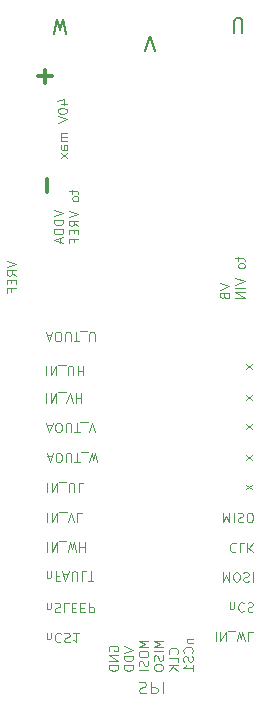
<source format=gbo>
G04 #@! TF.GenerationSoftware,KiCad,Pcbnew,(5.1.6-0-10_14)*
G04 #@! TF.CreationDate,2021-05-07T03:20:06+02:00*
G04 #@! TF.ProjectId,ESCv1.1,45534376-312e-4312-9e6b-696361645f70,rev?*
G04 #@! TF.SameCoordinates,Original*
G04 #@! TF.FileFunction,Legend,Bot*
G04 #@! TF.FilePolarity,Positive*
%FSLAX46Y46*%
G04 Gerber Fmt 4.6, Leading zero omitted, Abs format (unit mm)*
G04 Created by KiCad (PCBNEW (5.1.6-0-10_14)) date 2021-05-07 03:20:06*
%MOMM*%
%LPD*%
G01*
G04 APERTURE LIST*
%ADD10C,0.200000*%
%ADD11C,0.100000*%
%ADD12C,0.125000*%
%ADD13C,0.300000*%
G04 APERTURE END LIST*
D10*
X42529685Y-29497223D02*
X42827304Y-28247223D01*
X43065400Y-29140080D01*
X43303495Y-28247223D01*
X43601114Y-29497223D01*
X50248733Y-30937223D02*
X50665400Y-29687223D01*
X51082066Y-30937223D01*
X57778257Y-29427223D02*
X57778257Y-28415319D01*
X57837780Y-28296271D01*
X57897304Y-28236747D01*
X58016352Y-28177223D01*
X58254447Y-28177223D01*
X58373495Y-28236747D01*
X58433019Y-28296271D01*
X58492542Y-28415319D01*
X58492542Y-29427223D01*
D11*
X51779304Y-80874747D02*
X50979304Y-80874747D01*
X51550733Y-81141413D01*
X50979304Y-81408080D01*
X51779304Y-81408080D01*
X51779304Y-81789032D02*
X50979304Y-81789032D01*
X51741209Y-82131889D02*
X51779304Y-82246175D01*
X51779304Y-82436651D01*
X51741209Y-82512842D01*
X51703114Y-82550937D01*
X51626923Y-82589032D01*
X51550733Y-82589032D01*
X51474542Y-82550937D01*
X51436447Y-82512842D01*
X51398352Y-82436651D01*
X51360257Y-82284270D01*
X51322161Y-82208080D01*
X51284066Y-82169985D01*
X51207876Y-82131889D01*
X51131685Y-82131889D01*
X51055495Y-82169985D01*
X51017400Y-82208080D01*
X50979304Y-82284270D01*
X50979304Y-82474747D01*
X51017400Y-82589032D01*
X50979304Y-83084270D02*
X50979304Y-83236651D01*
X51017400Y-83312842D01*
X51093590Y-83389032D01*
X51245971Y-83427128D01*
X51512638Y-83427128D01*
X51665019Y-83389032D01*
X51741209Y-83312842D01*
X51779304Y-83236651D01*
X51779304Y-83084270D01*
X51741209Y-83008080D01*
X51665019Y-82931889D01*
X51512638Y-82893794D01*
X51245971Y-82893794D01*
X51093590Y-82931889D01*
X51017400Y-83008080D01*
X50979304Y-83084270D01*
X50515304Y-80874747D02*
X49715304Y-80874747D01*
X50286733Y-81141413D01*
X49715304Y-81408080D01*
X50515304Y-81408080D01*
X49715304Y-81941413D02*
X49715304Y-82093794D01*
X49753400Y-82169985D01*
X49829590Y-82246175D01*
X49981971Y-82284270D01*
X50248638Y-82284270D01*
X50401019Y-82246175D01*
X50477209Y-82169985D01*
X50515304Y-82093794D01*
X50515304Y-81941413D01*
X50477209Y-81865223D01*
X50401019Y-81789032D01*
X50248638Y-81750937D01*
X49981971Y-81750937D01*
X49829590Y-81789032D01*
X49753400Y-81865223D01*
X49715304Y-81941413D01*
X50477209Y-82589032D02*
X50515304Y-82703318D01*
X50515304Y-82893794D01*
X50477209Y-82969985D01*
X50439114Y-83008080D01*
X50362923Y-83046175D01*
X50286733Y-83046175D01*
X50210542Y-83008080D01*
X50172447Y-82969985D01*
X50134352Y-82893794D01*
X50096257Y-82741413D01*
X50058161Y-82665223D01*
X50020066Y-82627128D01*
X49943876Y-82589032D01*
X49867685Y-82589032D01*
X49791495Y-82627128D01*
X49753400Y-82665223D01*
X49715304Y-82741413D01*
X49715304Y-82931889D01*
X49753400Y-83046175D01*
X50515304Y-83389032D02*
X49715304Y-83389032D01*
X52967114Y-81979509D02*
X53005209Y-81941413D01*
X53043304Y-81827128D01*
X53043304Y-81750937D01*
X53005209Y-81636651D01*
X52929019Y-81560461D01*
X52852828Y-81522366D01*
X52700447Y-81484270D01*
X52586161Y-81484270D01*
X52433780Y-81522366D01*
X52357590Y-81560461D01*
X52281400Y-81636651D01*
X52243304Y-81750937D01*
X52243304Y-81827128D01*
X52281400Y-81941413D01*
X52319495Y-81979509D01*
X53043304Y-82703318D02*
X53043304Y-82322366D01*
X52243304Y-82322366D01*
X53043304Y-82969985D02*
X52243304Y-82969985D01*
X53043304Y-83427128D02*
X52586161Y-83084270D01*
X52243304Y-83427128D02*
X52700447Y-82969985D01*
X48451304Y-81369985D02*
X49251304Y-81636651D01*
X48451304Y-81903318D01*
X49251304Y-82169985D02*
X48451304Y-82169985D01*
X48451304Y-82360461D01*
X48489400Y-82474747D01*
X48565590Y-82550937D01*
X48641780Y-82589032D01*
X48794161Y-82627128D01*
X48908447Y-82627128D01*
X49060828Y-82589032D01*
X49137019Y-82550937D01*
X49213209Y-82474747D01*
X49251304Y-82360461D01*
X49251304Y-82169985D01*
X49251304Y-82969985D02*
X48451304Y-82969985D01*
X48451304Y-83160461D01*
X48489400Y-83274747D01*
X48565590Y-83350937D01*
X48641780Y-83389032D01*
X48794161Y-83427128D01*
X48908447Y-83427128D01*
X49060828Y-83389032D01*
X49137019Y-83350937D01*
X49213209Y-83274747D01*
X49251304Y-83160461D01*
X49251304Y-82969985D01*
X53773971Y-80722366D02*
X54307304Y-80722366D01*
X53850161Y-80722366D02*
X53812066Y-80760461D01*
X53773971Y-80836651D01*
X53773971Y-80950937D01*
X53812066Y-81027128D01*
X53888257Y-81065223D01*
X54307304Y-81065223D01*
X54231114Y-81903318D02*
X54269209Y-81865223D01*
X54307304Y-81750937D01*
X54307304Y-81674747D01*
X54269209Y-81560461D01*
X54193019Y-81484270D01*
X54116828Y-81446175D01*
X53964447Y-81408080D01*
X53850161Y-81408080D01*
X53697780Y-81446175D01*
X53621590Y-81484270D01*
X53545400Y-81560461D01*
X53507304Y-81674747D01*
X53507304Y-81750937D01*
X53545400Y-81865223D01*
X53583495Y-81903318D01*
X54269209Y-82208080D02*
X54307304Y-82322366D01*
X54307304Y-82512842D01*
X54269209Y-82589032D01*
X54231114Y-82627128D01*
X54154923Y-82665223D01*
X54078733Y-82665223D01*
X54002542Y-82627128D01*
X53964447Y-82589032D01*
X53926352Y-82512842D01*
X53888257Y-82360461D01*
X53850161Y-82284270D01*
X53812066Y-82246175D01*
X53735876Y-82208080D01*
X53659685Y-82208080D01*
X53583495Y-82246175D01*
X53545400Y-82284270D01*
X53507304Y-82360461D01*
X53507304Y-82550937D01*
X53545400Y-82665223D01*
X54307304Y-83427128D02*
X54307304Y-82969985D01*
X54307304Y-83198556D02*
X53507304Y-83198556D01*
X53621590Y-83122366D01*
X53697780Y-83046175D01*
X53735876Y-82969985D01*
X47225400Y-81750937D02*
X47187304Y-81674747D01*
X47187304Y-81560461D01*
X47225400Y-81446175D01*
X47301590Y-81369985D01*
X47377780Y-81331889D01*
X47530161Y-81293794D01*
X47644447Y-81293794D01*
X47796828Y-81331889D01*
X47873019Y-81369985D01*
X47949209Y-81446175D01*
X47987304Y-81560461D01*
X47987304Y-81636651D01*
X47949209Y-81750937D01*
X47911114Y-81789032D01*
X47644447Y-81789032D01*
X47644447Y-81636651D01*
X47987304Y-82131889D02*
X47187304Y-82131889D01*
X47987304Y-82589032D01*
X47187304Y-82589032D01*
X47987304Y-82969985D02*
X47187304Y-82969985D01*
X47187304Y-83160461D01*
X47225400Y-83274747D01*
X47301590Y-83350937D01*
X47377780Y-83389032D01*
X47530161Y-83427128D01*
X47644447Y-83427128D01*
X47796828Y-83389032D01*
X47873019Y-83350937D01*
X47949209Y-83274747D01*
X47987304Y-83160461D01*
X47987304Y-82969985D01*
D12*
X49741590Y-84387938D02*
X49884447Y-84340319D01*
X50122542Y-84340319D01*
X50217780Y-84387938D01*
X50265400Y-84435557D01*
X50313019Y-84530795D01*
X50313019Y-84626033D01*
X50265400Y-84721271D01*
X50217780Y-84768890D01*
X50122542Y-84816509D01*
X49932066Y-84864128D01*
X49836828Y-84911747D01*
X49789209Y-84959366D01*
X49741590Y-85054604D01*
X49741590Y-85149842D01*
X49789209Y-85245080D01*
X49836828Y-85292700D01*
X49932066Y-85340319D01*
X50170161Y-85340319D01*
X50313019Y-85292700D01*
X50741590Y-84340319D02*
X50741590Y-85340319D01*
X51122542Y-85340319D01*
X51217780Y-85292700D01*
X51265400Y-85245080D01*
X51313019Y-85149842D01*
X51313019Y-85006985D01*
X51265400Y-84911747D01*
X51217780Y-84864128D01*
X51122542Y-84816509D01*
X50741590Y-84816509D01*
X51741590Y-84340319D02*
X51741590Y-85340319D01*
D11*
X59317304Y-67663176D02*
X58783971Y-68082223D01*
X58783971Y-67663176D02*
X59317304Y-68082223D01*
X59317304Y-65143176D02*
X58783971Y-65562223D01*
X58783971Y-65143176D02*
X59317304Y-65562223D01*
X59317304Y-62563176D02*
X58783971Y-62982223D01*
X58783971Y-62563176D02*
X59317304Y-62982223D01*
X59317304Y-60063176D02*
X58783971Y-60482223D01*
X58783971Y-60063176D02*
X59317304Y-60482223D01*
X59317304Y-57473176D02*
X58783971Y-57892223D01*
X58783971Y-57473176D02*
X59317304Y-57892223D01*
X43123971Y-35413890D02*
X43657304Y-35413890D01*
X42819209Y-35223414D02*
X43390638Y-35032938D01*
X43390638Y-35528176D01*
X42857304Y-35985319D02*
X42857304Y-36061509D01*
X42895400Y-36137700D01*
X42933495Y-36175795D01*
X43009685Y-36213890D01*
X43162066Y-36251985D01*
X43352542Y-36251985D01*
X43504923Y-36213890D01*
X43581114Y-36175795D01*
X43619209Y-36137700D01*
X43657304Y-36061509D01*
X43657304Y-35985319D01*
X43619209Y-35909128D01*
X43581114Y-35871033D01*
X43504923Y-35832938D01*
X43352542Y-35794842D01*
X43162066Y-35794842D01*
X43009685Y-35832938D01*
X42933495Y-35871033D01*
X42895400Y-35909128D01*
X42857304Y-35985319D01*
X42857304Y-36480557D02*
X43657304Y-36747223D01*
X42857304Y-37013890D01*
X43657304Y-37890080D02*
X43123971Y-37890080D01*
X43200161Y-37890080D02*
X43162066Y-37928176D01*
X43123971Y-38004366D01*
X43123971Y-38118652D01*
X43162066Y-38194842D01*
X43238257Y-38232938D01*
X43657304Y-38232938D01*
X43238257Y-38232938D02*
X43162066Y-38271033D01*
X43123971Y-38347223D01*
X43123971Y-38461509D01*
X43162066Y-38537700D01*
X43238257Y-38575795D01*
X43657304Y-38575795D01*
X43657304Y-39299604D02*
X43238257Y-39299604D01*
X43162066Y-39261509D01*
X43123971Y-39185319D01*
X43123971Y-39032938D01*
X43162066Y-38956747D01*
X43619209Y-39299604D02*
X43657304Y-39223414D01*
X43657304Y-39032938D01*
X43619209Y-38956747D01*
X43543019Y-38918652D01*
X43466828Y-38918652D01*
X43390638Y-38956747D01*
X43352542Y-39032938D01*
X43352542Y-39223414D01*
X43314447Y-39299604D01*
X43657304Y-39604366D02*
X43123971Y-40023414D01*
X43123971Y-39604366D02*
X43657304Y-40023414D01*
X41943257Y-80754128D02*
X41943257Y-80220795D01*
X41943257Y-80677938D02*
X41981352Y-80716033D01*
X42057542Y-80754128D01*
X42171828Y-80754128D01*
X42248019Y-80716033D01*
X42286114Y-80639842D01*
X42286114Y-80220795D01*
X43124209Y-80296985D02*
X43086114Y-80258890D01*
X42971828Y-80220795D01*
X42895638Y-80220795D01*
X42781352Y-80258890D01*
X42705161Y-80335080D01*
X42667066Y-80411271D01*
X42628971Y-80563652D01*
X42628971Y-80677938D01*
X42667066Y-80830319D01*
X42705161Y-80906509D01*
X42781352Y-80982700D01*
X42895638Y-81020795D01*
X42971828Y-81020795D01*
X43086114Y-80982700D01*
X43124209Y-80944604D01*
X43428971Y-80258890D02*
X43543257Y-80220795D01*
X43733733Y-80220795D01*
X43809923Y-80258890D01*
X43848019Y-80296985D01*
X43886114Y-80373176D01*
X43886114Y-80449366D01*
X43848019Y-80525557D01*
X43809923Y-80563652D01*
X43733733Y-80601747D01*
X43581352Y-80639842D01*
X43505161Y-80677938D01*
X43467066Y-80716033D01*
X43428971Y-80792223D01*
X43428971Y-80868414D01*
X43467066Y-80944604D01*
X43505161Y-80982700D01*
X43581352Y-81020795D01*
X43771828Y-81020795D01*
X43886114Y-80982700D01*
X44648019Y-80220795D02*
X44190876Y-80220795D01*
X44419447Y-80220795D02*
X44419447Y-81020795D01*
X44343257Y-80906509D01*
X44267066Y-80830319D01*
X44190876Y-80792223D01*
D13*
X41782542Y-33674128D02*
X41782542Y-32531271D01*
X42353971Y-33102700D02*
X41211114Y-33102700D01*
X41932542Y-42934128D02*
X41932542Y-41791271D01*
D11*
X56597304Y-50618176D02*
X57397304Y-50884842D01*
X56597304Y-51151509D01*
X56978257Y-51684842D02*
X57016352Y-51799128D01*
X57054447Y-51837223D01*
X57130638Y-51875319D01*
X57244923Y-51875319D01*
X57321114Y-51837223D01*
X57359209Y-51799128D01*
X57397304Y-51722938D01*
X57397304Y-51418176D01*
X56597304Y-51418176D01*
X56597304Y-51684842D01*
X56635400Y-51761033D01*
X56673495Y-51799128D01*
X56749685Y-51837223D01*
X56825876Y-51837223D01*
X56902066Y-51799128D01*
X56940161Y-51761033D01*
X56978257Y-51684842D01*
X56978257Y-51418176D01*
X58163971Y-48408652D02*
X58163971Y-48713414D01*
X57897304Y-48522938D02*
X58583019Y-48522938D01*
X58659209Y-48561033D01*
X58697304Y-48637223D01*
X58697304Y-48713414D01*
X58697304Y-49094366D02*
X58659209Y-49018176D01*
X58621114Y-48980080D01*
X58544923Y-48941985D01*
X58316352Y-48941985D01*
X58240161Y-48980080D01*
X58202066Y-49018176D01*
X58163971Y-49094366D01*
X58163971Y-49208652D01*
X58202066Y-49284842D01*
X58240161Y-49322938D01*
X58316352Y-49361033D01*
X58544923Y-49361033D01*
X58621114Y-49322938D01*
X58659209Y-49284842D01*
X58697304Y-49208652D01*
X58697304Y-49094366D01*
X57897304Y-50199128D02*
X58697304Y-50465795D01*
X57897304Y-50732461D01*
X58697304Y-50999128D02*
X57897304Y-50999128D01*
X58697304Y-51380080D02*
X57897304Y-51380080D01*
X58697304Y-51837223D01*
X57897304Y-51837223D01*
X41923733Y-54979366D02*
X42304685Y-54979366D01*
X41847542Y-54750795D02*
X42114209Y-55550795D01*
X42380876Y-54750795D01*
X42799923Y-55550795D02*
X42952304Y-55550795D01*
X43028495Y-55512700D01*
X43104685Y-55436509D01*
X43142780Y-55284128D01*
X43142780Y-55017461D01*
X43104685Y-54865080D01*
X43028495Y-54788890D01*
X42952304Y-54750795D01*
X42799923Y-54750795D01*
X42723733Y-54788890D01*
X42647542Y-54865080D01*
X42609447Y-55017461D01*
X42609447Y-55284128D01*
X42647542Y-55436509D01*
X42723733Y-55512700D01*
X42799923Y-55550795D01*
X43485638Y-55550795D02*
X43485638Y-54903176D01*
X43523733Y-54826985D01*
X43561828Y-54788890D01*
X43638019Y-54750795D01*
X43790400Y-54750795D01*
X43866590Y-54788890D01*
X43904685Y-54826985D01*
X43942780Y-54903176D01*
X43942780Y-55550795D01*
X44209447Y-55550795D02*
X44666590Y-55550795D01*
X44438019Y-54750795D02*
X44438019Y-55550795D01*
X44742780Y-54674604D02*
X45352304Y-54674604D01*
X45542780Y-55550795D02*
X45542780Y-54903176D01*
X45580876Y-54826985D01*
X45618971Y-54788890D01*
X45695161Y-54750795D01*
X45847542Y-54750795D01*
X45923733Y-54788890D01*
X45961828Y-54826985D01*
X45999923Y-54903176D01*
X45999923Y-55550795D01*
X41966114Y-62649366D02*
X42347066Y-62649366D01*
X41889923Y-62420795D02*
X42156590Y-63220795D01*
X42423257Y-62420795D01*
X42842304Y-63220795D02*
X42994685Y-63220795D01*
X43070876Y-63182700D01*
X43147066Y-63106509D01*
X43185161Y-62954128D01*
X43185161Y-62687461D01*
X43147066Y-62535080D01*
X43070876Y-62458890D01*
X42994685Y-62420795D01*
X42842304Y-62420795D01*
X42766114Y-62458890D01*
X42689923Y-62535080D01*
X42651828Y-62687461D01*
X42651828Y-62954128D01*
X42689923Y-63106509D01*
X42766114Y-63182700D01*
X42842304Y-63220795D01*
X43528019Y-63220795D02*
X43528019Y-62573176D01*
X43566114Y-62496985D01*
X43604209Y-62458890D01*
X43680400Y-62420795D01*
X43832780Y-62420795D01*
X43908971Y-62458890D01*
X43947066Y-62496985D01*
X43985161Y-62573176D01*
X43985161Y-63220795D01*
X44251828Y-63220795D02*
X44708971Y-63220795D01*
X44480400Y-62420795D02*
X44480400Y-63220795D01*
X44785161Y-62344604D02*
X45394685Y-62344604D01*
X45470876Y-63220795D02*
X45737542Y-62420795D01*
X46004209Y-63220795D01*
X41987542Y-65209366D02*
X42368495Y-65209366D01*
X41911352Y-64980795D02*
X42178019Y-65780795D01*
X42444685Y-64980795D01*
X42863733Y-65780795D02*
X43016114Y-65780795D01*
X43092304Y-65742700D01*
X43168495Y-65666509D01*
X43206590Y-65514128D01*
X43206590Y-65247461D01*
X43168495Y-65095080D01*
X43092304Y-65018890D01*
X43016114Y-64980795D01*
X42863733Y-64980795D01*
X42787542Y-65018890D01*
X42711352Y-65095080D01*
X42673257Y-65247461D01*
X42673257Y-65514128D01*
X42711352Y-65666509D01*
X42787542Y-65742700D01*
X42863733Y-65780795D01*
X43549447Y-65780795D02*
X43549447Y-65133176D01*
X43587542Y-65056985D01*
X43625638Y-65018890D01*
X43701828Y-64980795D01*
X43854209Y-64980795D01*
X43930400Y-65018890D01*
X43968495Y-65056985D01*
X44006590Y-65133176D01*
X44006590Y-65780795D01*
X44273257Y-65780795D02*
X44730400Y-65780795D01*
X44501828Y-64980795D02*
X44501828Y-65780795D01*
X44806590Y-64904604D02*
X45416114Y-64904604D01*
X45530400Y-65780795D02*
X45720876Y-64980795D01*
X45873257Y-65552223D01*
X46025638Y-64980795D01*
X46216114Y-65780795D01*
X38547304Y-48738652D02*
X39347304Y-49005319D01*
X38547304Y-49271985D01*
X39347304Y-49995795D02*
X38966352Y-49729128D01*
X39347304Y-49538652D02*
X38547304Y-49538652D01*
X38547304Y-49843414D01*
X38585400Y-49919604D01*
X38623495Y-49957700D01*
X38699685Y-49995795D01*
X38813971Y-49995795D01*
X38890161Y-49957700D01*
X38928257Y-49919604D01*
X38966352Y-49843414D01*
X38966352Y-49538652D01*
X38928257Y-50338652D02*
X38928257Y-50605319D01*
X39347304Y-50719604D02*
X39347304Y-50338652D01*
X38547304Y-50338652D01*
X38547304Y-50719604D01*
X38928257Y-51329128D02*
X38928257Y-51062461D01*
X39347304Y-51062461D02*
X38547304Y-51062461D01*
X38547304Y-51443414D01*
X57445161Y-78174128D02*
X57445161Y-77640795D01*
X57445161Y-78097938D02*
X57483257Y-78136033D01*
X57559447Y-78174128D01*
X57673733Y-78174128D01*
X57749923Y-78136033D01*
X57788019Y-78059842D01*
X57788019Y-77640795D01*
X58626114Y-77716985D02*
X58588019Y-77678890D01*
X58473733Y-77640795D01*
X58397542Y-77640795D01*
X58283257Y-77678890D01*
X58207066Y-77755080D01*
X58168971Y-77831271D01*
X58130876Y-77983652D01*
X58130876Y-78097938D01*
X58168971Y-78250319D01*
X58207066Y-78326509D01*
X58283257Y-78402700D01*
X58397542Y-78440795D01*
X58473733Y-78440795D01*
X58588019Y-78402700D01*
X58626114Y-78364604D01*
X58930876Y-77678890D02*
X59045161Y-77640795D01*
X59235638Y-77640795D01*
X59311828Y-77678890D01*
X59349923Y-77716985D01*
X59388019Y-77793176D01*
X59388019Y-77869366D01*
X59349923Y-77945557D01*
X59311828Y-77983652D01*
X59235638Y-78021747D01*
X59083257Y-78059842D01*
X59007066Y-78097938D01*
X58968971Y-78136033D01*
X58930876Y-78212223D01*
X58930876Y-78288414D01*
X58968971Y-78364604D01*
X59007066Y-78402700D01*
X59083257Y-78440795D01*
X59273733Y-78440795D01*
X59388019Y-78402700D01*
X57920400Y-72646985D02*
X57882304Y-72608890D01*
X57768019Y-72570795D01*
X57691828Y-72570795D01*
X57577542Y-72608890D01*
X57501352Y-72685080D01*
X57463257Y-72761271D01*
X57425161Y-72913652D01*
X57425161Y-73027938D01*
X57463257Y-73180319D01*
X57501352Y-73256509D01*
X57577542Y-73332700D01*
X57691828Y-73370795D01*
X57768019Y-73370795D01*
X57882304Y-73332700D01*
X57920400Y-73294604D01*
X58644209Y-72570795D02*
X58263257Y-72570795D01*
X58263257Y-73370795D01*
X58910876Y-72570795D02*
X58910876Y-73370795D01*
X59368019Y-72570795D02*
X59025161Y-73027938D01*
X59368019Y-73370795D02*
X58910876Y-72913652D01*
X56855638Y-75080795D02*
X56855638Y-75880795D01*
X57122304Y-75309366D01*
X57388971Y-75880795D01*
X57388971Y-75080795D01*
X57922304Y-75880795D02*
X58074685Y-75880795D01*
X58150876Y-75842700D01*
X58227066Y-75766509D01*
X58265161Y-75614128D01*
X58265161Y-75347461D01*
X58227066Y-75195080D01*
X58150876Y-75118890D01*
X58074685Y-75080795D01*
X57922304Y-75080795D01*
X57846114Y-75118890D01*
X57769923Y-75195080D01*
X57731828Y-75347461D01*
X57731828Y-75614128D01*
X57769923Y-75766509D01*
X57846114Y-75842700D01*
X57922304Y-75880795D01*
X58569923Y-75118890D02*
X58684209Y-75080795D01*
X58874685Y-75080795D01*
X58950876Y-75118890D01*
X58988971Y-75156985D01*
X59027066Y-75233176D01*
X59027066Y-75309366D01*
X58988971Y-75385557D01*
X58950876Y-75423652D01*
X58874685Y-75461747D01*
X58722304Y-75499842D01*
X58646114Y-75537938D01*
X58608019Y-75576033D01*
X58569923Y-75652223D01*
X58569923Y-75728414D01*
X58608019Y-75804604D01*
X58646114Y-75842700D01*
X58722304Y-75880795D01*
X58912780Y-75880795D01*
X59027066Y-75842700D01*
X59369923Y-75080795D02*
X59369923Y-75880795D01*
X42517304Y-44432461D02*
X43317304Y-44699128D01*
X42517304Y-44965795D01*
X43317304Y-45232461D02*
X42517304Y-45232461D01*
X42517304Y-45422938D01*
X42555400Y-45537223D01*
X42631590Y-45613414D01*
X42707780Y-45651509D01*
X42860161Y-45689604D01*
X42974447Y-45689604D01*
X43126828Y-45651509D01*
X43203019Y-45613414D01*
X43279209Y-45537223D01*
X43317304Y-45422938D01*
X43317304Y-45232461D01*
X43317304Y-46032461D02*
X42517304Y-46032461D01*
X42517304Y-46222938D01*
X42555400Y-46337223D01*
X42631590Y-46413414D01*
X42707780Y-46451509D01*
X42860161Y-46489604D01*
X42974447Y-46489604D01*
X43126828Y-46451509D01*
X43203019Y-46413414D01*
X43279209Y-46337223D01*
X43317304Y-46222938D01*
X43317304Y-46032461D01*
X43088733Y-46794366D02*
X43088733Y-47175319D01*
X43317304Y-46718176D02*
X42517304Y-46984842D01*
X43317304Y-47251509D01*
X44083971Y-42718176D02*
X44083971Y-43022938D01*
X43817304Y-42832461D02*
X44503019Y-42832461D01*
X44579209Y-42870557D01*
X44617304Y-42946747D01*
X44617304Y-43022938D01*
X44617304Y-43403890D02*
X44579209Y-43327700D01*
X44541114Y-43289604D01*
X44464923Y-43251509D01*
X44236352Y-43251509D01*
X44160161Y-43289604D01*
X44122066Y-43327700D01*
X44083971Y-43403890D01*
X44083971Y-43518176D01*
X44122066Y-43594366D01*
X44160161Y-43632461D01*
X44236352Y-43670557D01*
X44464923Y-43670557D01*
X44541114Y-43632461D01*
X44579209Y-43594366D01*
X44617304Y-43518176D01*
X44617304Y-43403890D01*
X43817304Y-44508652D02*
X44617304Y-44775319D01*
X43817304Y-45041985D01*
X44617304Y-45765795D02*
X44236352Y-45499128D01*
X44617304Y-45308652D02*
X43817304Y-45308652D01*
X43817304Y-45613414D01*
X43855400Y-45689604D01*
X43893495Y-45727700D01*
X43969685Y-45765795D01*
X44083971Y-45765795D01*
X44160161Y-45727700D01*
X44198257Y-45689604D01*
X44236352Y-45613414D01*
X44236352Y-45308652D01*
X44198257Y-46108652D02*
X44198257Y-46375319D01*
X44617304Y-46489604D02*
X44617304Y-46108652D01*
X43817304Y-46108652D01*
X43817304Y-46489604D01*
X44198257Y-47099128D02*
X44198257Y-46832461D01*
X44617304Y-46832461D02*
X43817304Y-46832461D01*
X43817304Y-47213414D01*
X41950400Y-75544128D02*
X41950400Y-75010795D01*
X41950400Y-75467938D02*
X41988495Y-75506033D01*
X42064685Y-75544128D01*
X42178971Y-75544128D01*
X42255161Y-75506033D01*
X42293257Y-75429842D01*
X42293257Y-75010795D01*
X42940876Y-75429842D02*
X42674209Y-75429842D01*
X42674209Y-75010795D02*
X42674209Y-75810795D01*
X43055161Y-75810795D01*
X43321828Y-75239366D02*
X43702780Y-75239366D01*
X43245638Y-75010795D02*
X43512304Y-75810795D01*
X43778971Y-75010795D01*
X44045638Y-75810795D02*
X44045638Y-75163176D01*
X44083733Y-75086985D01*
X44121828Y-75048890D01*
X44198019Y-75010795D01*
X44350400Y-75010795D01*
X44426590Y-75048890D01*
X44464685Y-75086985D01*
X44502780Y-75163176D01*
X44502780Y-75810795D01*
X45264685Y-75010795D02*
X44883733Y-75010795D01*
X44883733Y-75810795D01*
X45417066Y-75810795D02*
X45874209Y-75810795D01*
X45645638Y-75010795D02*
X45645638Y-75810795D01*
X41929923Y-78224128D02*
X41929923Y-77690795D01*
X41929923Y-78147938D02*
X41968019Y-78186033D01*
X42044209Y-78224128D01*
X42158495Y-78224128D01*
X42234685Y-78186033D01*
X42272780Y-78109842D01*
X42272780Y-77690795D01*
X42615638Y-77728890D02*
X42729923Y-77690795D01*
X42920400Y-77690795D01*
X42996590Y-77728890D01*
X43034685Y-77766985D01*
X43072780Y-77843176D01*
X43072780Y-77919366D01*
X43034685Y-77995557D01*
X42996590Y-78033652D01*
X42920400Y-78071747D01*
X42768019Y-78109842D01*
X42691828Y-78147938D01*
X42653733Y-78186033D01*
X42615638Y-78262223D01*
X42615638Y-78338414D01*
X42653733Y-78414604D01*
X42691828Y-78452700D01*
X42768019Y-78490795D01*
X42958495Y-78490795D01*
X43072780Y-78452700D01*
X43796590Y-77690795D02*
X43415638Y-77690795D01*
X43415638Y-78490795D01*
X44063257Y-78109842D02*
X44329923Y-78109842D01*
X44444209Y-77690795D02*
X44063257Y-77690795D01*
X44063257Y-78490795D01*
X44444209Y-78490795D01*
X44787066Y-78109842D02*
X45053733Y-78109842D01*
X45168019Y-77690795D02*
X44787066Y-77690795D01*
X44787066Y-78490795D01*
X45168019Y-78490795D01*
X45510876Y-77690795D02*
X45510876Y-78490795D01*
X45815638Y-78490795D01*
X45891828Y-78452700D01*
X45929923Y-78414604D01*
X45968019Y-78338414D01*
X45968019Y-78224128D01*
X45929923Y-78147938D01*
X45891828Y-78109842D01*
X45815638Y-78071747D01*
X45510876Y-78071747D01*
X41886114Y-57610795D02*
X41886114Y-58410795D01*
X42267066Y-57610795D02*
X42267066Y-58410795D01*
X42724209Y-57610795D01*
X42724209Y-58410795D01*
X42914685Y-57534604D02*
X43524209Y-57534604D01*
X43714685Y-58410795D02*
X43714685Y-57763176D01*
X43752780Y-57686985D01*
X43790876Y-57648890D01*
X43867066Y-57610795D01*
X44019447Y-57610795D01*
X44095638Y-57648890D01*
X44133733Y-57686985D01*
X44171828Y-57763176D01*
X44171828Y-58410795D01*
X44552780Y-57610795D02*
X44552780Y-58410795D01*
X44552780Y-58029842D02*
X45009923Y-58029842D01*
X45009923Y-57610795D02*
X45009923Y-58410795D01*
X41956590Y-67520795D02*
X41956590Y-68320795D01*
X42337542Y-67520795D02*
X42337542Y-68320795D01*
X42794685Y-67520795D01*
X42794685Y-68320795D01*
X42985161Y-67444604D02*
X43594685Y-67444604D01*
X43785161Y-68320795D02*
X43785161Y-67673176D01*
X43823257Y-67596985D01*
X43861352Y-67558890D01*
X43937542Y-67520795D01*
X44089923Y-67520795D01*
X44166114Y-67558890D01*
X44204209Y-67596985D01*
X44242304Y-67673176D01*
X44242304Y-68320795D01*
X45004209Y-67520795D02*
X44623257Y-67520795D01*
X44623257Y-68320795D01*
X41888495Y-59940795D02*
X41888495Y-60740795D01*
X42269447Y-59940795D02*
X42269447Y-60740795D01*
X42726590Y-59940795D01*
X42726590Y-60740795D01*
X42917066Y-59864604D02*
X43526590Y-59864604D01*
X43602780Y-60740795D02*
X43869447Y-59940795D01*
X44136114Y-60740795D01*
X44402780Y-59940795D02*
X44402780Y-60740795D01*
X44402780Y-60359842D02*
X44859923Y-60359842D01*
X44859923Y-59940795D02*
X44859923Y-60740795D01*
X41978971Y-70030795D02*
X41978971Y-70830795D01*
X42359923Y-70030795D02*
X42359923Y-70830795D01*
X42817066Y-70030795D01*
X42817066Y-70830795D01*
X43007542Y-69954604D02*
X43617066Y-69954604D01*
X43693257Y-70830795D02*
X43959923Y-70030795D01*
X44226590Y-70830795D01*
X44874209Y-70030795D02*
X44493257Y-70030795D01*
X44493257Y-70830795D01*
X41959923Y-72560795D02*
X41959923Y-73360795D01*
X42340876Y-72560795D02*
X42340876Y-73360795D01*
X42798019Y-72560795D01*
X42798019Y-73360795D01*
X42988495Y-72484604D02*
X43598019Y-72484604D01*
X43712304Y-73360795D02*
X43902780Y-72560795D01*
X44055161Y-73132223D01*
X44207542Y-72560795D01*
X44398019Y-73360795D01*
X44702780Y-72560795D02*
X44702780Y-73360795D01*
X44702780Y-72979842D02*
X45159923Y-72979842D01*
X45159923Y-72560795D02*
X45159923Y-73360795D01*
X56250400Y-80140795D02*
X56250400Y-80940795D01*
X56631352Y-80140795D02*
X56631352Y-80940795D01*
X57088495Y-80140795D01*
X57088495Y-80940795D01*
X57278971Y-80064604D02*
X57888495Y-80064604D01*
X58002780Y-80940795D02*
X58193257Y-80140795D01*
X58345638Y-80712223D01*
X58498019Y-80140795D01*
X58688495Y-80940795D01*
X59374209Y-80140795D02*
X58993257Y-80140795D01*
X58993257Y-80940795D01*
X56835638Y-70060795D02*
X56835638Y-70860795D01*
X57102304Y-70289366D01*
X57368971Y-70860795D01*
X57368971Y-70060795D01*
X57749923Y-70060795D02*
X57749923Y-70860795D01*
X58092780Y-70098890D02*
X58207066Y-70060795D01*
X58397542Y-70060795D01*
X58473733Y-70098890D01*
X58511828Y-70136985D01*
X58549923Y-70213176D01*
X58549923Y-70289366D01*
X58511828Y-70365557D01*
X58473733Y-70403652D01*
X58397542Y-70441747D01*
X58245161Y-70479842D01*
X58168971Y-70517938D01*
X58130876Y-70556033D01*
X58092780Y-70632223D01*
X58092780Y-70708414D01*
X58130876Y-70784604D01*
X58168971Y-70822700D01*
X58245161Y-70860795D01*
X58435638Y-70860795D01*
X58549923Y-70822700D01*
X59045161Y-70860795D02*
X59197542Y-70860795D01*
X59273733Y-70822700D01*
X59349923Y-70746509D01*
X59388019Y-70594128D01*
X59388019Y-70327461D01*
X59349923Y-70175080D01*
X59273733Y-70098890D01*
X59197542Y-70060795D01*
X59045161Y-70060795D01*
X58968971Y-70098890D01*
X58892780Y-70175080D01*
X58854685Y-70327461D01*
X58854685Y-70594128D01*
X58892780Y-70746509D01*
X58968971Y-70822700D01*
X59045161Y-70860795D01*
M02*

</source>
